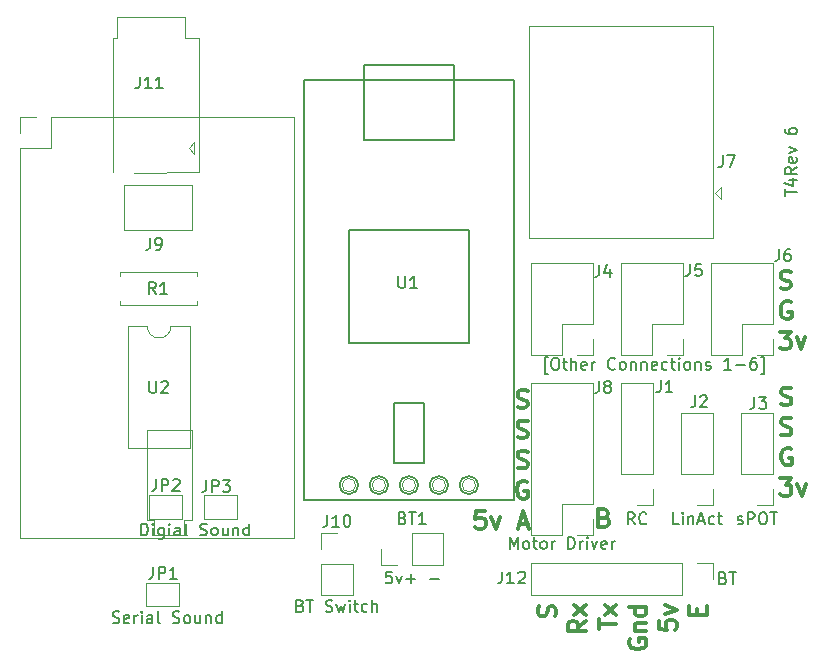
<source format=gbr>
G04 #@! TF.GenerationSoftware,KiCad,Pcbnew,(5.1.5)-3*
G04 #@! TF.CreationDate,2020-05-03T22:11:52-05:00*
G04 #@! TF.ProjectId,ControlBoardT4_28PinSound,436f6e74-726f-46c4-926f-61726454345f,rev?*
G04 #@! TF.SameCoordinates,Original*
G04 #@! TF.FileFunction,Legend,Top*
G04 #@! TF.FilePolarity,Positive*
%FSLAX46Y46*%
G04 Gerber Fmt 4.6, Leading zero omitted, Abs format (unit mm)*
G04 Created by KiCad (PCBNEW (5.1.5)-3) date 2020-05-03 22:11:52*
%MOMM*%
%LPD*%
G04 APERTURE LIST*
%ADD10C,0.299720*%
%ADD11C,0.150000*%
%ADD12C,0.300000*%
%ADD13C,0.120000*%
G04 APERTURE END LIST*
D10*
X159492042Y-111398957D02*
X159706128Y-111470319D01*
X159777490Y-111541680D01*
X159848852Y-111684404D01*
X159848852Y-111898490D01*
X159777490Y-112041214D01*
X159706128Y-112112576D01*
X159563404Y-112183938D01*
X158992509Y-112183938D01*
X158992509Y-110685338D01*
X159492042Y-110685338D01*
X159634766Y-110756700D01*
X159706128Y-110828061D01*
X159777490Y-110970785D01*
X159777490Y-111113509D01*
X159706128Y-111256233D01*
X159634766Y-111327595D01*
X159492042Y-111398957D01*
X158992509Y-111398957D01*
D11*
X174775880Y-84145071D02*
X174775880Y-83573642D01*
X175775880Y-83859357D02*
X174775880Y-83859357D01*
X175109214Y-82811738D02*
X175775880Y-82811738D01*
X174728261Y-83049833D02*
X175442547Y-83287928D01*
X175442547Y-82668880D01*
X175775880Y-81716500D02*
X175299690Y-82049833D01*
X175775880Y-82287928D02*
X174775880Y-82287928D01*
X174775880Y-81906976D01*
X174823500Y-81811738D01*
X174871119Y-81764119D01*
X174966357Y-81716500D01*
X175109214Y-81716500D01*
X175204452Y-81764119D01*
X175252071Y-81811738D01*
X175299690Y-81906976D01*
X175299690Y-82287928D01*
X175728261Y-80906976D02*
X175775880Y-81002214D01*
X175775880Y-81192690D01*
X175728261Y-81287928D01*
X175633023Y-81335547D01*
X175252071Y-81335547D01*
X175156833Y-81287928D01*
X175109214Y-81192690D01*
X175109214Y-81002214D01*
X175156833Y-80906976D01*
X175252071Y-80859357D01*
X175347309Y-80859357D01*
X175442547Y-81335547D01*
X175109214Y-80526023D02*
X175775880Y-80287928D01*
X175109214Y-80049833D01*
X174775880Y-78478404D02*
X174775880Y-78668880D01*
X174823500Y-78764119D01*
X174871119Y-78811738D01*
X175013976Y-78906976D01*
X175204452Y-78954595D01*
X175585404Y-78954595D01*
X175680642Y-78906976D01*
X175728261Y-78859357D01*
X175775880Y-78764119D01*
X175775880Y-78573642D01*
X175728261Y-78478404D01*
X175680642Y-78430785D01*
X175585404Y-78383166D01*
X175347309Y-78383166D01*
X175252071Y-78430785D01*
X175204452Y-78478404D01*
X175156833Y-78573642D01*
X175156833Y-78764119D01*
X175204452Y-78859357D01*
X175252071Y-78906976D01*
X175347309Y-78954595D01*
D12*
X155331642Y-119765357D02*
X155403071Y-119551071D01*
X155403071Y-119193928D01*
X155331642Y-119051071D01*
X155260214Y-118979642D01*
X155117357Y-118908214D01*
X154974500Y-118908214D01*
X154831642Y-118979642D01*
X154760214Y-119051071D01*
X154688785Y-119193928D01*
X154617357Y-119479642D01*
X154545928Y-119622500D01*
X154474500Y-119693928D01*
X154331642Y-119765357D01*
X154188785Y-119765357D01*
X154045928Y-119693928D01*
X153974500Y-119622500D01*
X153903071Y-119479642D01*
X153903071Y-119122500D01*
X153974500Y-118908214D01*
X157953071Y-120122500D02*
X157238785Y-120622500D01*
X157953071Y-120979642D02*
X156453071Y-120979642D01*
X156453071Y-120408214D01*
X156524500Y-120265357D01*
X156595928Y-120193928D01*
X156738785Y-120122500D01*
X156953071Y-120122500D01*
X157095928Y-120193928D01*
X157167357Y-120265357D01*
X157238785Y-120408214D01*
X157238785Y-120979642D01*
X157953071Y-119622500D02*
X156953071Y-118836785D01*
X156953071Y-119622500D02*
X157953071Y-118836785D01*
X159003071Y-120836785D02*
X159003071Y-119979642D01*
X160503071Y-120408214D02*
X159003071Y-120408214D01*
X160503071Y-119622500D02*
X159503071Y-118836785D01*
X159503071Y-119622500D02*
X160503071Y-118836785D01*
X161624500Y-121693928D02*
X161553071Y-121836785D01*
X161553071Y-122051071D01*
X161624500Y-122265357D01*
X161767357Y-122408214D01*
X161910214Y-122479642D01*
X162195928Y-122551071D01*
X162410214Y-122551071D01*
X162695928Y-122479642D01*
X162838785Y-122408214D01*
X162981642Y-122265357D01*
X163053071Y-122051071D01*
X163053071Y-121908214D01*
X162981642Y-121693928D01*
X162910214Y-121622500D01*
X162410214Y-121622500D01*
X162410214Y-121908214D01*
X162053071Y-120979642D02*
X163053071Y-120979642D01*
X162195928Y-120979642D02*
X162124500Y-120908214D01*
X162053071Y-120765357D01*
X162053071Y-120551071D01*
X162124500Y-120408214D01*
X162267357Y-120336785D01*
X163053071Y-120336785D01*
X163053071Y-118979642D02*
X161553071Y-118979642D01*
X162981642Y-118979642D02*
X163053071Y-119122500D01*
X163053071Y-119408214D01*
X162981642Y-119551071D01*
X162910214Y-119622500D01*
X162767357Y-119693928D01*
X162338785Y-119693928D01*
X162195928Y-119622500D01*
X162124500Y-119551071D01*
X162053071Y-119408214D01*
X162053071Y-119122500D01*
X162124500Y-118979642D01*
X164103071Y-120122500D02*
X164103071Y-120836785D01*
X164817357Y-120908214D01*
X164745928Y-120836785D01*
X164674500Y-120693928D01*
X164674500Y-120336785D01*
X164745928Y-120193928D01*
X164817357Y-120122500D01*
X164960214Y-120051071D01*
X165317357Y-120051071D01*
X165460214Y-120122500D01*
X165531642Y-120193928D01*
X165603071Y-120336785D01*
X165603071Y-120693928D01*
X165531642Y-120836785D01*
X165460214Y-120908214D01*
X164603071Y-119551071D02*
X165603071Y-119193928D01*
X164603071Y-118836785D01*
X167367357Y-119622500D02*
X167367357Y-119122500D01*
X168153071Y-118908214D02*
X168153071Y-119622500D01*
X166653071Y-119622500D01*
X166653071Y-118908214D01*
X152141642Y-102060142D02*
X152355928Y-102131571D01*
X152713071Y-102131571D01*
X152855928Y-102060142D01*
X152927357Y-101988714D01*
X152998785Y-101845857D01*
X152998785Y-101703000D01*
X152927357Y-101560142D01*
X152855928Y-101488714D01*
X152713071Y-101417285D01*
X152427357Y-101345857D01*
X152284500Y-101274428D01*
X152213071Y-101203000D01*
X152141642Y-101060142D01*
X152141642Y-100917285D01*
X152213071Y-100774428D01*
X152284500Y-100703000D01*
X152427357Y-100631571D01*
X152784500Y-100631571D01*
X152998785Y-100703000D01*
X152141642Y-104610142D02*
X152355928Y-104681571D01*
X152713071Y-104681571D01*
X152855928Y-104610142D01*
X152927357Y-104538714D01*
X152998785Y-104395857D01*
X152998785Y-104253000D01*
X152927357Y-104110142D01*
X152855928Y-104038714D01*
X152713071Y-103967285D01*
X152427357Y-103895857D01*
X152284500Y-103824428D01*
X152213071Y-103753000D01*
X152141642Y-103610142D01*
X152141642Y-103467285D01*
X152213071Y-103324428D01*
X152284500Y-103253000D01*
X152427357Y-103181571D01*
X152784500Y-103181571D01*
X152998785Y-103253000D01*
X152141642Y-107160142D02*
X152355928Y-107231571D01*
X152713071Y-107231571D01*
X152855928Y-107160142D01*
X152927357Y-107088714D01*
X152998785Y-106945857D01*
X152998785Y-106803000D01*
X152927357Y-106660142D01*
X152855928Y-106588714D01*
X152713071Y-106517285D01*
X152427357Y-106445857D01*
X152284500Y-106374428D01*
X152213071Y-106303000D01*
X152141642Y-106160142D01*
X152141642Y-106017285D01*
X152213071Y-105874428D01*
X152284500Y-105803000D01*
X152427357Y-105731571D01*
X152784500Y-105731571D01*
X152998785Y-105803000D01*
X152927357Y-108353000D02*
X152784500Y-108281571D01*
X152570214Y-108281571D01*
X152355928Y-108353000D01*
X152213071Y-108495857D01*
X152141642Y-108638714D01*
X152070214Y-108924428D01*
X152070214Y-109138714D01*
X152141642Y-109424428D01*
X152213071Y-109567285D01*
X152355928Y-109710142D01*
X152570214Y-109781571D01*
X152713071Y-109781571D01*
X152927357Y-109710142D01*
X152998785Y-109638714D01*
X152998785Y-109138714D01*
X152713071Y-109138714D01*
X149355928Y-110831571D02*
X148641642Y-110831571D01*
X148570214Y-111545857D01*
X148641642Y-111474428D01*
X148784500Y-111403000D01*
X149141642Y-111403000D01*
X149284500Y-111474428D01*
X149355928Y-111545857D01*
X149427357Y-111688714D01*
X149427357Y-112045857D01*
X149355928Y-112188714D01*
X149284500Y-112260142D01*
X149141642Y-112331571D01*
X148784500Y-112331571D01*
X148641642Y-112260142D01*
X148570214Y-112188714D01*
X149927357Y-111331571D02*
X150284500Y-112331571D01*
X150641642Y-111331571D01*
X152284500Y-111903000D02*
X152998785Y-111903000D01*
X152141642Y-112331571D02*
X152641642Y-110831571D01*
X153141642Y-112331571D01*
X174470714Y-101811142D02*
X174685000Y-101882571D01*
X175042142Y-101882571D01*
X175185000Y-101811142D01*
X175256428Y-101739714D01*
X175327857Y-101596857D01*
X175327857Y-101454000D01*
X175256428Y-101311142D01*
X175185000Y-101239714D01*
X175042142Y-101168285D01*
X174756428Y-101096857D01*
X174613571Y-101025428D01*
X174542142Y-100954000D01*
X174470714Y-100811142D01*
X174470714Y-100668285D01*
X174542142Y-100525428D01*
X174613571Y-100454000D01*
X174756428Y-100382571D01*
X175113571Y-100382571D01*
X175327857Y-100454000D01*
X174470714Y-104361142D02*
X174685000Y-104432571D01*
X175042142Y-104432571D01*
X175185000Y-104361142D01*
X175256428Y-104289714D01*
X175327857Y-104146857D01*
X175327857Y-104004000D01*
X175256428Y-103861142D01*
X175185000Y-103789714D01*
X175042142Y-103718285D01*
X174756428Y-103646857D01*
X174613571Y-103575428D01*
X174542142Y-103504000D01*
X174470714Y-103361142D01*
X174470714Y-103218285D01*
X174542142Y-103075428D01*
X174613571Y-103004000D01*
X174756428Y-102932571D01*
X175113571Y-102932571D01*
X175327857Y-103004000D01*
X175327857Y-105554000D02*
X175185000Y-105482571D01*
X174970714Y-105482571D01*
X174756428Y-105554000D01*
X174613571Y-105696857D01*
X174542142Y-105839714D01*
X174470714Y-106125428D01*
X174470714Y-106339714D01*
X174542142Y-106625428D01*
X174613571Y-106768285D01*
X174756428Y-106911142D01*
X174970714Y-106982571D01*
X175113571Y-106982571D01*
X175327857Y-106911142D01*
X175399285Y-106839714D01*
X175399285Y-106339714D01*
X175113571Y-106339714D01*
X174399285Y-108032571D02*
X175327857Y-108032571D01*
X174827857Y-108604000D01*
X175042142Y-108604000D01*
X175185000Y-108675428D01*
X175256428Y-108746857D01*
X175327857Y-108889714D01*
X175327857Y-109246857D01*
X175256428Y-109389714D01*
X175185000Y-109461142D01*
X175042142Y-109532571D01*
X174613571Y-109532571D01*
X174470714Y-109461142D01*
X174399285Y-109389714D01*
X175827857Y-108532571D02*
X176185000Y-109532571D01*
X176542142Y-108532571D01*
X174407214Y-91973642D02*
X174621500Y-92045071D01*
X174978642Y-92045071D01*
X175121500Y-91973642D01*
X175192928Y-91902214D01*
X175264357Y-91759357D01*
X175264357Y-91616500D01*
X175192928Y-91473642D01*
X175121500Y-91402214D01*
X174978642Y-91330785D01*
X174692928Y-91259357D01*
X174550071Y-91187928D01*
X174478642Y-91116500D01*
X174407214Y-90973642D01*
X174407214Y-90830785D01*
X174478642Y-90687928D01*
X174550071Y-90616500D01*
X174692928Y-90545071D01*
X175050071Y-90545071D01*
X175264357Y-90616500D01*
X175264357Y-93166500D02*
X175121500Y-93095071D01*
X174907214Y-93095071D01*
X174692928Y-93166500D01*
X174550071Y-93309357D01*
X174478642Y-93452214D01*
X174407214Y-93737928D01*
X174407214Y-93952214D01*
X174478642Y-94237928D01*
X174550071Y-94380785D01*
X174692928Y-94523642D01*
X174907214Y-94595071D01*
X175050071Y-94595071D01*
X175264357Y-94523642D01*
X175335785Y-94452214D01*
X175335785Y-93952214D01*
X175050071Y-93952214D01*
X174335785Y-95645071D02*
X175264357Y-95645071D01*
X174764357Y-96216500D01*
X174978642Y-96216500D01*
X175121500Y-96287928D01*
X175192928Y-96359357D01*
X175264357Y-96502214D01*
X175264357Y-96859357D01*
X175192928Y-97002214D01*
X175121500Y-97073642D01*
X174978642Y-97145071D01*
X174550071Y-97145071D01*
X174407214Y-97073642D01*
X174335785Y-97002214D01*
X175764357Y-96145071D02*
X176121500Y-97145071D01*
X176478642Y-96145071D01*
D13*
X110049000Y-113153500D02*
X133249000Y-113153500D01*
X110049000Y-80073500D02*
X110049000Y-113153500D01*
X133249000Y-77473500D02*
X133249000Y-113153500D01*
X110049000Y-80073500D02*
X112649000Y-80073500D01*
X112649000Y-80073500D02*
X112649000Y-77473500D01*
X112649000Y-77473500D02*
X133249000Y-77473500D01*
X110049000Y-78803500D02*
X110049000Y-77473500D01*
X110049000Y-77473500D02*
X111379000Y-77473500D01*
X120764300Y-103949500D02*
X124574300Y-103949500D01*
X120764300Y-103949500D02*
X120764300Y-111569500D01*
X120764300Y-111569500D02*
X121399300Y-111569500D01*
X121399300Y-111569500D02*
X121399300Y-112839500D01*
X124574300Y-103949500D02*
X124574300Y-111569500D01*
X123939300Y-111569500D02*
X124574300Y-111569500D01*
X123939300Y-111569500D02*
X123939300Y-112839500D01*
X121399300Y-112839500D02*
X123939300Y-112839500D01*
X118833900Y-83210400D02*
X124548900Y-83210400D01*
X124548900Y-83210400D02*
X124548900Y-87020400D01*
X124548900Y-87020400D02*
X118833900Y-87020400D01*
X118833900Y-87020400D02*
X118833900Y-83210400D01*
X124788400Y-79598900D02*
X124288400Y-80098900D01*
X124788400Y-80598900D02*
X124788400Y-79598900D01*
X124288400Y-80098900D02*
X124788400Y-80598900D01*
X117908500Y-70773500D02*
X117908500Y-82173500D01*
X119659400Y-82181700D02*
X125208500Y-82173500D01*
X124008500Y-70773500D02*
X125208500Y-70773500D01*
X117908500Y-70773500D02*
X118208500Y-70773500D01*
X124008500Y-68989500D02*
X118208500Y-68989500D01*
X125208500Y-70773500D02*
X125208500Y-82173500D01*
X124008500Y-70773500D02*
X124008500Y-68989500D01*
X118208500Y-70773500D02*
X118208500Y-68989500D01*
X173732500Y-110296000D02*
X172402500Y-110296000D01*
X173732500Y-108966000D02*
X173732500Y-110296000D01*
X173732500Y-107696000D02*
X171072500Y-107696000D01*
X171072500Y-107696000D02*
X171072500Y-102556000D01*
X173732500Y-107696000D02*
X173732500Y-102556000D01*
X173732500Y-102556000D02*
X171072500Y-102556000D01*
X120710500Y-116919500D02*
X123510500Y-116919500D01*
X123510500Y-116919500D02*
X123510500Y-118919500D01*
X123510500Y-118919500D02*
X120710500Y-118919500D01*
X120710500Y-118919500D02*
X120710500Y-116919500D01*
X125600000Y-109490000D02*
X128400000Y-109490000D01*
X128400000Y-109490000D02*
X128400000Y-111490000D01*
X128400000Y-111490000D02*
X125600000Y-111490000D01*
X125600000Y-111490000D02*
X125600000Y-109490000D01*
X120964500Y-109490000D02*
X123764500Y-109490000D01*
X123764500Y-109490000D02*
X123764500Y-111490000D01*
X123764500Y-111490000D02*
X120964500Y-111490000D01*
X120964500Y-111490000D02*
X120964500Y-109490000D01*
D11*
X137858500Y-96583500D02*
X148018500Y-96583500D01*
X148018500Y-87058500D02*
X137858500Y-87058500D01*
X137858500Y-87058500D02*
X137858500Y-96583500D01*
X148018500Y-87058500D02*
X148018500Y-96583500D01*
X151828500Y-109918500D02*
X151828500Y-74358500D01*
X134048500Y-74358500D02*
X134048500Y-109918500D01*
X139128500Y-74358500D02*
X139128500Y-73088500D01*
X139128500Y-73088500D02*
X146748500Y-73088500D01*
X146748500Y-73088500D02*
X146748500Y-74358500D01*
X139128500Y-79438500D02*
X146748500Y-79438500D01*
X146748500Y-79438500D02*
X146748500Y-74358500D01*
X139128500Y-79438500D02*
X139128500Y-74358500D01*
X144208500Y-101663500D02*
X144208500Y-106743500D01*
X144208500Y-106743500D02*
X141668500Y-106743500D01*
X141668500Y-106743500D02*
X141668500Y-101663500D01*
X141668500Y-101663500D02*
X144208500Y-101663500D01*
X151828500Y-109918500D02*
X134048500Y-109918500D01*
X134048500Y-74358500D02*
X151828500Y-74358500D01*
D13*
X148586461Y-108648500D02*
G75*
G03X148586461Y-108648500I-567961J0D01*
G01*
X148821719Y-108648500D02*
G75*
G03X148821719Y-108648500I-803219J0D01*
G01*
X148736920Y-108648500D02*
G75*
G03X148736920Y-108648500I-718420J0D01*
G01*
X146046461Y-108648500D02*
G75*
G03X146046461Y-108648500I-567961J0D01*
G01*
X146281719Y-108648500D02*
G75*
G03X146281719Y-108648500I-803219J0D01*
G01*
X146196920Y-108648500D02*
G75*
G03X146196920Y-108648500I-718420J0D01*
G01*
X143506461Y-108648500D02*
G75*
G03X143506461Y-108648500I-567961J0D01*
G01*
X143741719Y-108648500D02*
G75*
G03X143741719Y-108648500I-803219J0D01*
G01*
X143656920Y-108648500D02*
G75*
G03X143656920Y-108648500I-718420J0D01*
G01*
X140966461Y-108648500D02*
G75*
G03X140966461Y-108648500I-567961J0D01*
G01*
X141201719Y-108648500D02*
G75*
G03X141201719Y-108648500I-803219J0D01*
G01*
X141116920Y-108648500D02*
G75*
G03X141116920Y-108648500I-718420J0D01*
G01*
X138426461Y-108648500D02*
G75*
G03X138426461Y-108648500I-567961J0D01*
G01*
X138661719Y-108648500D02*
G75*
G03X138661719Y-108648500I-803219J0D01*
G01*
X138576920Y-108648500D02*
G75*
G03X138576920Y-108648500I-718420J0D01*
G01*
X153292500Y-115256000D02*
X153292500Y-117916000D01*
X166052500Y-115256000D02*
X153292500Y-115256000D01*
X166052500Y-117916000D02*
X153292500Y-117916000D01*
X166052500Y-115256000D02*
X166052500Y-117916000D01*
X167322500Y-115256000D02*
X168652500Y-115256000D01*
X168652500Y-115256000D02*
X168652500Y-116586000D01*
X145792500Y-115376000D02*
X145792500Y-112716000D01*
X143192500Y-115376000D02*
X145792500Y-115376000D01*
X143192500Y-112716000D02*
X145792500Y-112716000D01*
X143192500Y-115376000D02*
X143192500Y-112716000D01*
X141922500Y-115376000D02*
X140592500Y-115376000D01*
X140592500Y-115376000D02*
X140592500Y-114046000D01*
X166112500Y-97596000D02*
X164782500Y-97596000D01*
X166112500Y-96266000D02*
X166112500Y-97596000D01*
X163512500Y-97596000D02*
X160912500Y-97596000D01*
X163512500Y-94996000D02*
X163512500Y-97596000D01*
X166112500Y-94996000D02*
X163512500Y-94996000D01*
X160912500Y-97596000D02*
X160912500Y-89856000D01*
X166112500Y-94996000D02*
X166112500Y-89856000D01*
X166112500Y-89856000D02*
X160912500Y-89856000D01*
X158492500Y-89856000D02*
X153292500Y-89856000D01*
X158492500Y-94996000D02*
X158492500Y-89856000D01*
X153292500Y-97596000D02*
X153292500Y-89856000D01*
X158492500Y-94996000D02*
X155892500Y-94996000D01*
X155892500Y-94996000D02*
X155892500Y-97596000D01*
X155892500Y-97596000D02*
X153292500Y-97596000D01*
X158492500Y-96266000D02*
X158492500Y-97596000D01*
X158492500Y-97596000D02*
X157162500Y-97596000D01*
X158492500Y-100016000D02*
X153292500Y-100016000D01*
X158492500Y-110236000D02*
X158492500Y-100016000D01*
X153292500Y-112836000D02*
X153292500Y-100016000D01*
X158492500Y-110236000D02*
X155892500Y-110236000D01*
X155892500Y-110236000D02*
X155892500Y-112836000D01*
X155892500Y-112836000D02*
X153292500Y-112836000D01*
X158492500Y-111506000D02*
X158492500Y-112836000D01*
X158492500Y-112836000D02*
X157162500Y-112836000D01*
X173732500Y-89856000D02*
X168532500Y-89856000D01*
X173732500Y-94996000D02*
X173732500Y-89856000D01*
X168532500Y-97596000D02*
X168532500Y-89856000D01*
X173732500Y-94996000D02*
X171132500Y-94996000D01*
X171132500Y-94996000D02*
X171132500Y-97596000D01*
X171132500Y-97596000D02*
X168532500Y-97596000D01*
X173732500Y-96266000D02*
X173732500Y-97596000D01*
X173732500Y-97596000D02*
X172402500Y-97596000D01*
X163572500Y-100016000D02*
X160912500Y-100016000D01*
X163572500Y-107696000D02*
X163572500Y-100016000D01*
X160912500Y-107696000D02*
X160912500Y-100016000D01*
X163572500Y-107696000D02*
X160912500Y-107696000D01*
X163572500Y-108966000D02*
X163572500Y-110296000D01*
X163572500Y-110296000D02*
X162242500Y-110296000D01*
X168652500Y-102556000D02*
X165992500Y-102556000D01*
X168652500Y-107696000D02*
X168652500Y-102556000D01*
X165992500Y-107696000D02*
X165992500Y-102556000D01*
X168652500Y-107696000D02*
X165992500Y-107696000D01*
X168652500Y-108966000D02*
X168652500Y-110296000D01*
X168652500Y-110296000D02*
X167322500Y-110296000D01*
X169354000Y-83383500D02*
X168854000Y-83883500D01*
X169354000Y-84383500D02*
X169354000Y-83383500D01*
X168854000Y-83883500D02*
X169354000Y-84383500D01*
X168669000Y-69803500D02*
X153149000Y-69803500D01*
X153149000Y-87763500D02*
X153149000Y-69803500D01*
X153149000Y-87763500D02*
X168669000Y-87763500D01*
X168669000Y-87763500D02*
X168669000Y-69803500D01*
X135512500Y-117916000D02*
X138172500Y-117916000D01*
X135512500Y-115316000D02*
X135512500Y-117916000D01*
X138172500Y-115316000D02*
X138172500Y-117916000D01*
X135512500Y-115316000D02*
X138172500Y-115316000D01*
X135512500Y-114046000D02*
X135512500Y-112716000D01*
X135512500Y-112716000D02*
X136842500Y-112716000D01*
X122793000Y-95190000D02*
G75*
G02X120793000Y-95190000I-1000000J0D01*
G01*
X120793000Y-95190000D02*
X119143000Y-95190000D01*
X119143000Y-95190000D02*
X119143000Y-105470000D01*
X119143000Y-105470000D02*
X124443000Y-105470000D01*
X124443000Y-105470000D02*
X124443000Y-95190000D01*
X124443000Y-95190000D02*
X122793000Y-95190000D01*
X118459500Y-90971500D02*
X118459500Y-90641500D01*
X118459500Y-90641500D02*
X124999500Y-90641500D01*
X124999500Y-90641500D02*
X124999500Y-90971500D01*
X118459500Y-93051500D02*
X118459500Y-93381500D01*
X118459500Y-93381500D02*
X124999500Y-93381500D01*
X124999500Y-93381500D02*
X124999500Y-93051500D01*
D11*
X121027866Y-87717380D02*
X121027866Y-88431666D01*
X120980247Y-88574523D01*
X120885009Y-88669761D01*
X120742152Y-88717380D01*
X120646914Y-88717380D01*
X121551676Y-88717380D02*
X121742152Y-88717380D01*
X121837390Y-88669761D01*
X121885009Y-88622142D01*
X121980247Y-88479285D01*
X122027866Y-88288809D01*
X122027866Y-87907857D01*
X121980247Y-87812619D01*
X121932628Y-87765000D01*
X121837390Y-87717380D01*
X121646914Y-87717380D01*
X121551676Y-87765000D01*
X121504057Y-87812619D01*
X121456438Y-87907857D01*
X121456438Y-88145952D01*
X121504057Y-88241190D01*
X121551676Y-88288809D01*
X121646914Y-88336428D01*
X121837390Y-88336428D01*
X121932628Y-88288809D01*
X121980247Y-88241190D01*
X122027866Y-88145952D01*
X120157976Y-74064880D02*
X120157976Y-74779166D01*
X120110357Y-74922023D01*
X120015119Y-75017261D01*
X119872261Y-75064880D01*
X119777023Y-75064880D01*
X121157976Y-75064880D02*
X120586547Y-75064880D01*
X120872261Y-75064880D02*
X120872261Y-74064880D01*
X120777023Y-74207738D01*
X120681785Y-74302976D01*
X120586547Y-74350595D01*
X122110357Y-75064880D02*
X121538928Y-75064880D01*
X121824642Y-75064880D02*
X121824642Y-74064880D01*
X121729404Y-74207738D01*
X121634166Y-74302976D01*
X121538928Y-74350595D01*
X172196166Y-101179380D02*
X172196166Y-101893666D01*
X172148547Y-102036523D01*
X172053309Y-102131761D01*
X171910452Y-102179380D01*
X171815214Y-102179380D01*
X172577119Y-101179380D02*
X173196166Y-101179380D01*
X172862833Y-101560333D01*
X173005690Y-101560333D01*
X173100928Y-101607952D01*
X173148547Y-101655571D01*
X173196166Y-101750809D01*
X173196166Y-101988904D01*
X173148547Y-102084142D01*
X173100928Y-102131761D01*
X173005690Y-102179380D01*
X172719976Y-102179380D01*
X172624738Y-102131761D01*
X172577119Y-102084142D01*
X170783452Y-111910761D02*
X170878690Y-111958380D01*
X171069166Y-111958380D01*
X171164404Y-111910761D01*
X171212023Y-111815523D01*
X171212023Y-111767904D01*
X171164404Y-111672666D01*
X171069166Y-111625047D01*
X170926309Y-111625047D01*
X170831071Y-111577428D01*
X170783452Y-111482190D01*
X170783452Y-111434571D01*
X170831071Y-111339333D01*
X170926309Y-111291714D01*
X171069166Y-111291714D01*
X171164404Y-111339333D01*
X171640595Y-111958380D02*
X171640595Y-110958380D01*
X172021547Y-110958380D01*
X172116785Y-111006000D01*
X172164404Y-111053619D01*
X172212023Y-111148857D01*
X172212023Y-111291714D01*
X172164404Y-111386952D01*
X172116785Y-111434571D01*
X172021547Y-111482190D01*
X171640595Y-111482190D01*
X172831071Y-110958380D02*
X173021547Y-110958380D01*
X173116785Y-111006000D01*
X173212023Y-111101238D01*
X173259642Y-111291714D01*
X173259642Y-111625047D01*
X173212023Y-111815523D01*
X173116785Y-111910761D01*
X173021547Y-111958380D01*
X172831071Y-111958380D01*
X172735833Y-111910761D01*
X172640595Y-111815523D01*
X172592976Y-111625047D01*
X172592976Y-111291714D01*
X172640595Y-111101238D01*
X172735833Y-111006000D01*
X172831071Y-110958380D01*
X173545357Y-110958380D02*
X174116785Y-110958380D01*
X173831071Y-111958380D02*
X173831071Y-110958380D01*
X121277166Y-115571880D02*
X121277166Y-116286166D01*
X121229547Y-116429023D01*
X121134309Y-116524261D01*
X120991452Y-116571880D01*
X120896214Y-116571880D01*
X121753357Y-116571880D02*
X121753357Y-115571880D01*
X122134309Y-115571880D01*
X122229547Y-115619500D01*
X122277166Y-115667119D01*
X122324785Y-115762357D01*
X122324785Y-115905214D01*
X122277166Y-116000452D01*
X122229547Y-116048071D01*
X122134309Y-116095690D01*
X121753357Y-116095690D01*
X123277166Y-116571880D02*
X122705738Y-116571880D01*
X122991452Y-116571880D02*
X122991452Y-115571880D01*
X122896214Y-115714738D01*
X122800976Y-115809976D01*
X122705738Y-115857595D01*
X117848642Y-120292761D02*
X117991500Y-120340380D01*
X118229595Y-120340380D01*
X118324833Y-120292761D01*
X118372452Y-120245142D01*
X118420071Y-120149904D01*
X118420071Y-120054666D01*
X118372452Y-119959428D01*
X118324833Y-119911809D01*
X118229595Y-119864190D01*
X118039119Y-119816571D01*
X117943880Y-119768952D01*
X117896261Y-119721333D01*
X117848642Y-119626095D01*
X117848642Y-119530857D01*
X117896261Y-119435619D01*
X117943880Y-119388000D01*
X118039119Y-119340380D01*
X118277214Y-119340380D01*
X118420071Y-119388000D01*
X119229595Y-120292761D02*
X119134357Y-120340380D01*
X118943880Y-120340380D01*
X118848642Y-120292761D01*
X118801023Y-120197523D01*
X118801023Y-119816571D01*
X118848642Y-119721333D01*
X118943880Y-119673714D01*
X119134357Y-119673714D01*
X119229595Y-119721333D01*
X119277214Y-119816571D01*
X119277214Y-119911809D01*
X118801023Y-120007047D01*
X119705785Y-120340380D02*
X119705785Y-119673714D01*
X119705785Y-119864190D02*
X119753404Y-119768952D01*
X119801023Y-119721333D01*
X119896261Y-119673714D01*
X119991500Y-119673714D01*
X120324833Y-120340380D02*
X120324833Y-119673714D01*
X120324833Y-119340380D02*
X120277214Y-119388000D01*
X120324833Y-119435619D01*
X120372452Y-119388000D01*
X120324833Y-119340380D01*
X120324833Y-119435619D01*
X121229595Y-120340380D02*
X121229595Y-119816571D01*
X121181976Y-119721333D01*
X121086738Y-119673714D01*
X120896261Y-119673714D01*
X120801023Y-119721333D01*
X121229595Y-120292761D02*
X121134357Y-120340380D01*
X120896261Y-120340380D01*
X120801023Y-120292761D01*
X120753404Y-120197523D01*
X120753404Y-120102285D01*
X120801023Y-120007047D01*
X120896261Y-119959428D01*
X121134357Y-119959428D01*
X121229595Y-119911809D01*
X121848642Y-120340380D02*
X121753404Y-120292761D01*
X121705785Y-120197523D01*
X121705785Y-119340380D01*
X122943880Y-120292761D02*
X123086738Y-120340380D01*
X123324833Y-120340380D01*
X123420071Y-120292761D01*
X123467690Y-120245142D01*
X123515309Y-120149904D01*
X123515309Y-120054666D01*
X123467690Y-119959428D01*
X123420071Y-119911809D01*
X123324833Y-119864190D01*
X123134357Y-119816571D01*
X123039119Y-119768952D01*
X122991500Y-119721333D01*
X122943880Y-119626095D01*
X122943880Y-119530857D01*
X122991500Y-119435619D01*
X123039119Y-119388000D01*
X123134357Y-119340380D01*
X123372452Y-119340380D01*
X123515309Y-119388000D01*
X124086738Y-120340380D02*
X123991500Y-120292761D01*
X123943880Y-120245142D01*
X123896261Y-120149904D01*
X123896261Y-119864190D01*
X123943880Y-119768952D01*
X123991500Y-119721333D01*
X124086738Y-119673714D01*
X124229595Y-119673714D01*
X124324833Y-119721333D01*
X124372452Y-119768952D01*
X124420071Y-119864190D01*
X124420071Y-120149904D01*
X124372452Y-120245142D01*
X124324833Y-120292761D01*
X124229595Y-120340380D01*
X124086738Y-120340380D01*
X125277214Y-119673714D02*
X125277214Y-120340380D01*
X124848642Y-119673714D02*
X124848642Y-120197523D01*
X124896261Y-120292761D01*
X124991500Y-120340380D01*
X125134357Y-120340380D01*
X125229595Y-120292761D01*
X125277214Y-120245142D01*
X125753404Y-119673714D02*
X125753404Y-120340380D01*
X125753404Y-119768952D02*
X125801023Y-119721333D01*
X125896261Y-119673714D01*
X126039119Y-119673714D01*
X126134357Y-119721333D01*
X126181976Y-119816571D01*
X126181976Y-120340380D01*
X127086738Y-120340380D02*
X127086738Y-119340380D01*
X127086738Y-120292761D02*
X126991500Y-120340380D01*
X126801023Y-120340380D01*
X126705785Y-120292761D01*
X126658166Y-120245142D01*
X126610547Y-120149904D01*
X126610547Y-119864190D01*
X126658166Y-119768952D01*
X126705785Y-119721333D01*
X126801023Y-119673714D01*
X126991500Y-119673714D01*
X127086738Y-119721333D01*
X125793165Y-108222879D02*
X125793165Y-108937165D01*
X125745546Y-109080022D01*
X125650308Y-109175260D01*
X125507451Y-109222879D01*
X125412213Y-109222879D01*
X126269356Y-109222879D02*
X126269356Y-108222879D01*
X126650308Y-108222879D01*
X126745546Y-108270499D01*
X126793165Y-108318118D01*
X126840784Y-108413356D01*
X126840784Y-108556213D01*
X126793165Y-108651451D01*
X126745546Y-108699070D01*
X126650308Y-108746689D01*
X126269356Y-108746689D01*
X127174118Y-108222879D02*
X127793165Y-108222879D01*
X127459832Y-108603832D01*
X127602689Y-108603832D01*
X127697927Y-108651451D01*
X127745546Y-108699070D01*
X127793165Y-108794308D01*
X127793165Y-109032403D01*
X127745546Y-109127641D01*
X127697927Y-109175260D01*
X127602689Y-109222879D01*
X127316975Y-109222879D01*
X127221737Y-109175260D01*
X127174118Y-109127641D01*
X120269571Y-112908380D02*
X120269571Y-111908380D01*
X120507666Y-111908380D01*
X120650523Y-111956000D01*
X120745761Y-112051238D01*
X120793380Y-112146476D01*
X120841000Y-112336952D01*
X120841000Y-112479809D01*
X120793380Y-112670285D01*
X120745761Y-112765523D01*
X120650523Y-112860761D01*
X120507666Y-112908380D01*
X120269571Y-112908380D01*
X121269571Y-112908380D02*
X121269571Y-112241714D01*
X121269571Y-111908380D02*
X121221952Y-111956000D01*
X121269571Y-112003619D01*
X121317190Y-111956000D01*
X121269571Y-111908380D01*
X121269571Y-112003619D01*
X122174333Y-112241714D02*
X122174333Y-113051238D01*
X122126714Y-113146476D01*
X122079095Y-113194095D01*
X121983857Y-113241714D01*
X121841000Y-113241714D01*
X121745761Y-113194095D01*
X122174333Y-112860761D02*
X122079095Y-112908380D01*
X121888619Y-112908380D01*
X121793380Y-112860761D01*
X121745761Y-112813142D01*
X121698142Y-112717904D01*
X121698142Y-112432190D01*
X121745761Y-112336952D01*
X121793380Y-112289333D01*
X121888619Y-112241714D01*
X122079095Y-112241714D01*
X122174333Y-112289333D01*
X122650523Y-112908380D02*
X122650523Y-112241714D01*
X122650523Y-111908380D02*
X122602904Y-111956000D01*
X122650523Y-112003619D01*
X122698142Y-111956000D01*
X122650523Y-111908380D01*
X122650523Y-112003619D01*
X123555285Y-112908380D02*
X123555285Y-112384571D01*
X123507666Y-112289333D01*
X123412428Y-112241714D01*
X123221952Y-112241714D01*
X123126714Y-112289333D01*
X123555285Y-112860761D02*
X123460047Y-112908380D01*
X123221952Y-112908380D01*
X123126714Y-112860761D01*
X123079095Y-112765523D01*
X123079095Y-112670285D01*
X123126714Y-112575047D01*
X123221952Y-112527428D01*
X123460047Y-112527428D01*
X123555285Y-112479809D01*
X124174333Y-112908380D02*
X124079095Y-112860761D01*
X124031476Y-112765523D01*
X124031476Y-111908380D01*
X125269571Y-112860761D02*
X125412428Y-112908380D01*
X125650523Y-112908380D01*
X125745761Y-112860761D01*
X125793380Y-112813142D01*
X125841000Y-112717904D01*
X125841000Y-112622666D01*
X125793380Y-112527428D01*
X125745761Y-112479809D01*
X125650523Y-112432190D01*
X125460047Y-112384571D01*
X125364809Y-112336952D01*
X125317190Y-112289333D01*
X125269571Y-112194095D01*
X125269571Y-112098857D01*
X125317190Y-112003619D01*
X125364809Y-111956000D01*
X125460047Y-111908380D01*
X125698142Y-111908380D01*
X125841000Y-111956000D01*
X126412428Y-112908380D02*
X126317190Y-112860761D01*
X126269571Y-112813142D01*
X126221952Y-112717904D01*
X126221952Y-112432190D01*
X126269571Y-112336952D01*
X126317190Y-112289333D01*
X126412428Y-112241714D01*
X126555285Y-112241714D01*
X126650523Y-112289333D01*
X126698142Y-112336952D01*
X126745761Y-112432190D01*
X126745761Y-112717904D01*
X126698142Y-112813142D01*
X126650523Y-112860761D01*
X126555285Y-112908380D01*
X126412428Y-112908380D01*
X127602904Y-112241714D02*
X127602904Y-112908380D01*
X127174333Y-112241714D02*
X127174333Y-112765523D01*
X127221952Y-112860761D01*
X127317190Y-112908380D01*
X127460047Y-112908380D01*
X127555285Y-112860761D01*
X127602904Y-112813142D01*
X128079095Y-112241714D02*
X128079095Y-112908380D01*
X128079095Y-112336952D02*
X128126714Y-112289333D01*
X128221952Y-112241714D01*
X128364809Y-112241714D01*
X128460047Y-112289333D01*
X128507666Y-112384571D01*
X128507666Y-112908380D01*
X129412428Y-112908380D02*
X129412428Y-111908380D01*
X129412428Y-112860761D02*
X129317190Y-112908380D01*
X129126714Y-112908380D01*
X129031476Y-112860761D01*
X128983857Y-112813142D01*
X128936238Y-112717904D01*
X128936238Y-112432190D01*
X128983857Y-112336952D01*
X129031476Y-112289333D01*
X129126714Y-112241714D01*
X129317190Y-112241714D01*
X129412428Y-112289333D01*
X121531166Y-108142380D02*
X121531166Y-108856666D01*
X121483547Y-108999523D01*
X121388309Y-109094761D01*
X121245452Y-109142380D01*
X121150214Y-109142380D01*
X122007357Y-109142380D02*
X122007357Y-108142380D01*
X122388309Y-108142380D01*
X122483547Y-108190000D01*
X122531166Y-108237619D01*
X122578785Y-108332857D01*
X122578785Y-108475714D01*
X122531166Y-108570952D01*
X122483547Y-108618571D01*
X122388309Y-108666190D01*
X122007357Y-108666190D01*
X122959738Y-108237619D02*
X123007357Y-108190000D01*
X123102595Y-108142380D01*
X123340690Y-108142380D01*
X123435928Y-108190000D01*
X123483547Y-108237619D01*
X123531166Y-108332857D01*
X123531166Y-108428095D01*
X123483547Y-108570952D01*
X122912119Y-109142380D01*
X123531166Y-109142380D01*
X142049595Y-90955880D02*
X142049595Y-91765404D01*
X142097214Y-91860642D01*
X142144833Y-91908261D01*
X142240071Y-91955880D01*
X142430547Y-91955880D01*
X142525785Y-91908261D01*
X142573404Y-91860642D01*
X142621023Y-91765404D01*
X142621023Y-90955880D01*
X143621023Y-91955880D02*
X143049595Y-91955880D01*
X143335309Y-91955880D02*
X143335309Y-90955880D01*
X143240071Y-91098738D01*
X143144833Y-91193976D01*
X143049595Y-91241595D01*
X150828476Y-115974880D02*
X150828476Y-116689166D01*
X150780857Y-116832023D01*
X150685619Y-116927261D01*
X150542761Y-116974880D01*
X150447523Y-116974880D01*
X151828476Y-116974880D02*
X151257047Y-116974880D01*
X151542761Y-116974880D02*
X151542761Y-115974880D01*
X151447523Y-116117738D01*
X151352285Y-116212976D01*
X151257047Y-116260595D01*
X152209428Y-116070119D02*
X152257047Y-116022500D01*
X152352285Y-115974880D01*
X152590380Y-115974880D01*
X152685619Y-116022500D01*
X152733238Y-116070119D01*
X152780857Y-116165357D01*
X152780857Y-116260595D01*
X152733238Y-116403452D01*
X152161809Y-116974880D01*
X152780857Y-116974880D01*
X169552976Y-116514571D02*
X169695833Y-116562190D01*
X169743452Y-116609809D01*
X169791071Y-116705047D01*
X169791071Y-116847904D01*
X169743452Y-116943142D01*
X169695833Y-116990761D01*
X169600595Y-117038380D01*
X169219642Y-117038380D01*
X169219642Y-116038380D01*
X169552976Y-116038380D01*
X169648214Y-116086000D01*
X169695833Y-116133619D01*
X169743452Y-116228857D01*
X169743452Y-116324095D01*
X169695833Y-116419333D01*
X169648214Y-116466952D01*
X169552976Y-116514571D01*
X169219642Y-116514571D01*
X170076785Y-116038380D02*
X170648214Y-116038380D01*
X170362500Y-117038380D02*
X170362500Y-116038380D01*
X142406785Y-111434571D02*
X142549642Y-111482190D01*
X142597261Y-111529809D01*
X142644880Y-111625047D01*
X142644880Y-111767904D01*
X142597261Y-111863142D01*
X142549642Y-111910761D01*
X142454404Y-111958380D01*
X142073452Y-111958380D01*
X142073452Y-110958380D01*
X142406785Y-110958380D01*
X142502023Y-111006000D01*
X142549642Y-111053619D01*
X142597261Y-111148857D01*
X142597261Y-111244095D01*
X142549642Y-111339333D01*
X142502023Y-111386952D01*
X142406785Y-111434571D01*
X142073452Y-111434571D01*
X142930595Y-110958380D02*
X143502023Y-110958380D01*
X143216309Y-111958380D02*
X143216309Y-110958380D01*
X144359166Y-111958380D02*
X143787738Y-111958380D01*
X144073452Y-111958380D02*
X144073452Y-110958380D01*
X143978214Y-111101238D01*
X143882976Y-111196476D01*
X143787738Y-111244095D01*
X141494095Y-115974880D02*
X141017904Y-115974880D01*
X140970285Y-116451071D01*
X141017904Y-116403452D01*
X141113142Y-116355833D01*
X141351238Y-116355833D01*
X141446476Y-116403452D01*
X141494095Y-116451071D01*
X141541714Y-116546309D01*
X141541714Y-116784404D01*
X141494095Y-116879642D01*
X141446476Y-116927261D01*
X141351238Y-116974880D01*
X141113142Y-116974880D01*
X141017904Y-116927261D01*
X140970285Y-116879642D01*
X141875047Y-116308214D02*
X142113142Y-116974880D01*
X142351238Y-116308214D01*
X142732190Y-116593928D02*
X143494095Y-116593928D01*
X143113142Y-116974880D02*
X143113142Y-116212976D01*
X144732190Y-116593928D02*
X145494095Y-116593928D01*
X166735166Y-89939880D02*
X166735166Y-90654166D01*
X166687547Y-90797023D01*
X166592309Y-90892261D01*
X166449452Y-90939880D01*
X166354214Y-90939880D01*
X167687547Y-89939880D02*
X167211357Y-89939880D01*
X167163738Y-90416071D01*
X167211357Y-90368452D01*
X167306595Y-90320833D01*
X167544690Y-90320833D01*
X167639928Y-90368452D01*
X167687547Y-90416071D01*
X167735166Y-90511309D01*
X167735166Y-90749404D01*
X167687547Y-90844642D01*
X167639928Y-90892261D01*
X167544690Y-90939880D01*
X167306595Y-90939880D01*
X167211357Y-90892261D01*
X167163738Y-90844642D01*
X154679190Y-99210714D02*
X154441095Y-99210714D01*
X154441095Y-97782142D01*
X154679190Y-97782142D01*
X155250619Y-97877380D02*
X155441095Y-97877380D01*
X155536333Y-97925000D01*
X155631571Y-98020238D01*
X155679190Y-98210714D01*
X155679190Y-98544047D01*
X155631571Y-98734523D01*
X155536333Y-98829761D01*
X155441095Y-98877380D01*
X155250619Y-98877380D01*
X155155380Y-98829761D01*
X155060142Y-98734523D01*
X155012523Y-98544047D01*
X155012523Y-98210714D01*
X155060142Y-98020238D01*
X155155380Y-97925000D01*
X155250619Y-97877380D01*
X155964904Y-98210714D02*
X156345857Y-98210714D01*
X156107761Y-97877380D02*
X156107761Y-98734523D01*
X156155380Y-98829761D01*
X156250619Y-98877380D01*
X156345857Y-98877380D01*
X156679190Y-98877380D02*
X156679190Y-97877380D01*
X157107761Y-98877380D02*
X157107761Y-98353571D01*
X157060142Y-98258333D01*
X156964904Y-98210714D01*
X156822047Y-98210714D01*
X156726809Y-98258333D01*
X156679190Y-98305952D01*
X157964904Y-98829761D02*
X157869666Y-98877380D01*
X157679190Y-98877380D01*
X157583952Y-98829761D01*
X157536333Y-98734523D01*
X157536333Y-98353571D01*
X157583952Y-98258333D01*
X157679190Y-98210714D01*
X157869666Y-98210714D01*
X157964904Y-98258333D01*
X158012523Y-98353571D01*
X158012523Y-98448809D01*
X157536333Y-98544047D01*
X158441095Y-98877380D02*
X158441095Y-98210714D01*
X158441095Y-98401190D02*
X158488714Y-98305952D01*
X158536333Y-98258333D01*
X158631571Y-98210714D01*
X158726809Y-98210714D01*
X160393476Y-98782142D02*
X160345857Y-98829761D01*
X160203000Y-98877380D01*
X160107761Y-98877380D01*
X159964904Y-98829761D01*
X159869666Y-98734523D01*
X159822047Y-98639285D01*
X159774428Y-98448809D01*
X159774428Y-98305952D01*
X159822047Y-98115476D01*
X159869666Y-98020238D01*
X159964904Y-97925000D01*
X160107761Y-97877380D01*
X160203000Y-97877380D01*
X160345857Y-97925000D01*
X160393476Y-97972619D01*
X160964904Y-98877380D02*
X160869666Y-98829761D01*
X160822047Y-98782142D01*
X160774428Y-98686904D01*
X160774428Y-98401190D01*
X160822047Y-98305952D01*
X160869666Y-98258333D01*
X160964904Y-98210714D01*
X161107761Y-98210714D01*
X161203000Y-98258333D01*
X161250619Y-98305952D01*
X161298238Y-98401190D01*
X161298238Y-98686904D01*
X161250619Y-98782142D01*
X161203000Y-98829761D01*
X161107761Y-98877380D01*
X160964904Y-98877380D01*
X161726809Y-98210714D02*
X161726809Y-98877380D01*
X161726809Y-98305952D02*
X161774428Y-98258333D01*
X161869666Y-98210714D01*
X162012523Y-98210714D01*
X162107761Y-98258333D01*
X162155380Y-98353571D01*
X162155380Y-98877380D01*
X162631571Y-98210714D02*
X162631571Y-98877380D01*
X162631571Y-98305952D02*
X162679190Y-98258333D01*
X162774428Y-98210714D01*
X162917285Y-98210714D01*
X163012523Y-98258333D01*
X163060142Y-98353571D01*
X163060142Y-98877380D01*
X163917285Y-98829761D02*
X163822047Y-98877380D01*
X163631571Y-98877380D01*
X163536333Y-98829761D01*
X163488714Y-98734523D01*
X163488714Y-98353571D01*
X163536333Y-98258333D01*
X163631571Y-98210714D01*
X163822047Y-98210714D01*
X163917285Y-98258333D01*
X163964904Y-98353571D01*
X163964904Y-98448809D01*
X163488714Y-98544047D01*
X164822047Y-98829761D02*
X164726809Y-98877380D01*
X164536333Y-98877380D01*
X164441095Y-98829761D01*
X164393476Y-98782142D01*
X164345857Y-98686904D01*
X164345857Y-98401190D01*
X164393476Y-98305952D01*
X164441095Y-98258333D01*
X164536333Y-98210714D01*
X164726809Y-98210714D01*
X164822047Y-98258333D01*
X165107761Y-98210714D02*
X165488714Y-98210714D01*
X165250619Y-97877380D02*
X165250619Y-98734523D01*
X165298238Y-98829761D01*
X165393476Y-98877380D01*
X165488714Y-98877380D01*
X165822047Y-98877380D02*
X165822047Y-98210714D01*
X165822047Y-97877380D02*
X165774428Y-97925000D01*
X165822047Y-97972619D01*
X165869666Y-97925000D01*
X165822047Y-97877380D01*
X165822047Y-97972619D01*
X166441095Y-98877380D02*
X166345857Y-98829761D01*
X166298238Y-98782142D01*
X166250619Y-98686904D01*
X166250619Y-98401190D01*
X166298238Y-98305952D01*
X166345857Y-98258333D01*
X166441095Y-98210714D01*
X166583952Y-98210714D01*
X166679190Y-98258333D01*
X166726809Y-98305952D01*
X166774428Y-98401190D01*
X166774428Y-98686904D01*
X166726809Y-98782142D01*
X166679190Y-98829761D01*
X166583952Y-98877380D01*
X166441095Y-98877380D01*
X167203000Y-98210714D02*
X167203000Y-98877380D01*
X167203000Y-98305952D02*
X167250619Y-98258333D01*
X167345857Y-98210714D01*
X167488714Y-98210714D01*
X167583952Y-98258333D01*
X167631571Y-98353571D01*
X167631571Y-98877380D01*
X168060142Y-98829761D02*
X168155380Y-98877380D01*
X168345857Y-98877380D01*
X168441095Y-98829761D01*
X168488714Y-98734523D01*
X168488714Y-98686904D01*
X168441095Y-98591666D01*
X168345857Y-98544047D01*
X168203000Y-98544047D01*
X168107761Y-98496428D01*
X168060142Y-98401190D01*
X168060142Y-98353571D01*
X168107761Y-98258333D01*
X168203000Y-98210714D01*
X168345857Y-98210714D01*
X168441095Y-98258333D01*
X170203000Y-98877380D02*
X169631571Y-98877380D01*
X169917285Y-98877380D02*
X169917285Y-97877380D01*
X169822047Y-98020238D01*
X169726809Y-98115476D01*
X169631571Y-98163095D01*
X170631571Y-98496428D02*
X171393476Y-98496428D01*
X172298238Y-97877380D02*
X172107761Y-97877380D01*
X172012523Y-97925000D01*
X171964904Y-97972619D01*
X171869666Y-98115476D01*
X171822047Y-98305952D01*
X171822047Y-98686904D01*
X171869666Y-98782142D01*
X171917285Y-98829761D01*
X172012523Y-98877380D01*
X172203000Y-98877380D01*
X172298238Y-98829761D01*
X172345857Y-98782142D01*
X172393476Y-98686904D01*
X172393476Y-98448809D01*
X172345857Y-98353571D01*
X172298238Y-98305952D01*
X172203000Y-98258333D01*
X172012523Y-98258333D01*
X171917285Y-98305952D01*
X171869666Y-98353571D01*
X171822047Y-98448809D01*
X172726809Y-99210714D02*
X172964904Y-99210714D01*
X172964904Y-97782142D01*
X172726809Y-97782142D01*
X159051666Y-90003380D02*
X159051666Y-90717666D01*
X159004047Y-90860523D01*
X158908809Y-90955761D01*
X158765952Y-91003380D01*
X158670714Y-91003380D01*
X159956428Y-90336714D02*
X159956428Y-91003380D01*
X159718333Y-89955761D02*
X159480238Y-90670047D01*
X160099285Y-90670047D01*
X159051666Y-99845880D02*
X159051666Y-100560166D01*
X159004047Y-100703023D01*
X158908809Y-100798261D01*
X158765952Y-100845880D01*
X158670714Y-100845880D01*
X159670714Y-100274452D02*
X159575476Y-100226833D01*
X159527857Y-100179214D01*
X159480238Y-100083976D01*
X159480238Y-100036357D01*
X159527857Y-99941119D01*
X159575476Y-99893500D01*
X159670714Y-99845880D01*
X159861190Y-99845880D01*
X159956428Y-99893500D01*
X160004047Y-99941119D01*
X160051666Y-100036357D01*
X160051666Y-100083976D01*
X160004047Y-100179214D01*
X159956428Y-100226833D01*
X159861190Y-100274452D01*
X159670714Y-100274452D01*
X159575476Y-100322071D01*
X159527857Y-100369690D01*
X159480238Y-100464928D01*
X159480238Y-100655404D01*
X159527857Y-100750642D01*
X159575476Y-100798261D01*
X159670714Y-100845880D01*
X159861190Y-100845880D01*
X159956428Y-100798261D01*
X160004047Y-100750642D01*
X160051666Y-100655404D01*
X160051666Y-100464928D01*
X160004047Y-100369690D01*
X159956428Y-100322071D01*
X159861190Y-100274452D01*
X151511547Y-114053880D02*
X151511547Y-113053880D01*
X151844880Y-113768166D01*
X152178214Y-113053880D01*
X152178214Y-114053880D01*
X152797261Y-114053880D02*
X152702023Y-114006261D01*
X152654404Y-113958642D01*
X152606785Y-113863404D01*
X152606785Y-113577690D01*
X152654404Y-113482452D01*
X152702023Y-113434833D01*
X152797261Y-113387214D01*
X152940119Y-113387214D01*
X153035357Y-113434833D01*
X153082976Y-113482452D01*
X153130595Y-113577690D01*
X153130595Y-113863404D01*
X153082976Y-113958642D01*
X153035357Y-114006261D01*
X152940119Y-114053880D01*
X152797261Y-114053880D01*
X153416309Y-113387214D02*
X153797261Y-113387214D01*
X153559166Y-113053880D02*
X153559166Y-113911023D01*
X153606785Y-114006261D01*
X153702023Y-114053880D01*
X153797261Y-114053880D01*
X154273452Y-114053880D02*
X154178214Y-114006261D01*
X154130595Y-113958642D01*
X154082976Y-113863404D01*
X154082976Y-113577690D01*
X154130595Y-113482452D01*
X154178214Y-113434833D01*
X154273452Y-113387214D01*
X154416309Y-113387214D01*
X154511547Y-113434833D01*
X154559166Y-113482452D01*
X154606785Y-113577690D01*
X154606785Y-113863404D01*
X154559166Y-113958642D01*
X154511547Y-114006261D01*
X154416309Y-114053880D01*
X154273452Y-114053880D01*
X155035357Y-114053880D02*
X155035357Y-113387214D01*
X155035357Y-113577690D02*
X155082976Y-113482452D01*
X155130595Y-113434833D01*
X155225833Y-113387214D01*
X155321071Y-113387214D01*
X156416309Y-114053880D02*
X156416309Y-113053880D01*
X156654404Y-113053880D01*
X156797261Y-113101500D01*
X156892500Y-113196738D01*
X156940119Y-113291976D01*
X156987738Y-113482452D01*
X156987738Y-113625309D01*
X156940119Y-113815785D01*
X156892500Y-113911023D01*
X156797261Y-114006261D01*
X156654404Y-114053880D01*
X156416309Y-114053880D01*
X157416309Y-114053880D02*
X157416309Y-113387214D01*
X157416309Y-113577690D02*
X157463928Y-113482452D01*
X157511547Y-113434833D01*
X157606785Y-113387214D01*
X157702023Y-113387214D01*
X158035357Y-114053880D02*
X158035357Y-113387214D01*
X158035357Y-113053880D02*
X157987738Y-113101500D01*
X158035357Y-113149119D01*
X158082976Y-113101500D01*
X158035357Y-113053880D01*
X158035357Y-113149119D01*
X158416309Y-113387214D02*
X158654404Y-114053880D01*
X158892500Y-113387214D01*
X159654404Y-114006261D02*
X159559166Y-114053880D01*
X159368690Y-114053880D01*
X159273452Y-114006261D01*
X159225833Y-113911023D01*
X159225833Y-113530071D01*
X159273452Y-113434833D01*
X159368690Y-113387214D01*
X159559166Y-113387214D01*
X159654404Y-113434833D01*
X159702023Y-113530071D01*
X159702023Y-113625309D01*
X159225833Y-113720547D01*
X160130595Y-114053880D02*
X160130595Y-113387214D01*
X160130595Y-113577690D02*
X160178214Y-113482452D01*
X160225833Y-113434833D01*
X160321071Y-113387214D01*
X160416309Y-113387214D01*
X174291666Y-88669880D02*
X174291666Y-89384166D01*
X174244047Y-89527023D01*
X174148809Y-89622261D01*
X174005952Y-89669880D01*
X173910714Y-89669880D01*
X175196428Y-88669880D02*
X175005952Y-88669880D01*
X174910714Y-88717500D01*
X174863095Y-88765119D01*
X174767857Y-88907976D01*
X174720238Y-89098452D01*
X174720238Y-89479404D01*
X174767857Y-89574642D01*
X174815476Y-89622261D01*
X174910714Y-89669880D01*
X175101190Y-89669880D01*
X175196428Y-89622261D01*
X175244047Y-89574642D01*
X175291666Y-89479404D01*
X175291666Y-89241309D01*
X175244047Y-89146071D01*
X175196428Y-89098452D01*
X175101190Y-89050833D01*
X174910714Y-89050833D01*
X174815476Y-89098452D01*
X174767857Y-89146071D01*
X174720238Y-89241309D01*
X164258666Y-99782380D02*
X164258666Y-100496666D01*
X164211047Y-100639523D01*
X164115809Y-100734761D01*
X163972952Y-100782380D01*
X163877714Y-100782380D01*
X165258666Y-100782380D02*
X164687238Y-100782380D01*
X164972952Y-100782380D02*
X164972952Y-99782380D01*
X164877714Y-99925238D01*
X164782476Y-100020476D01*
X164687238Y-100068095D01*
X162052023Y-111958380D02*
X161718690Y-111482190D01*
X161480595Y-111958380D02*
X161480595Y-110958380D01*
X161861547Y-110958380D01*
X161956785Y-111006000D01*
X162004404Y-111053619D01*
X162052023Y-111148857D01*
X162052023Y-111291714D01*
X162004404Y-111386952D01*
X161956785Y-111434571D01*
X161861547Y-111482190D01*
X161480595Y-111482190D01*
X163052023Y-111863142D02*
X163004404Y-111910761D01*
X162861547Y-111958380D01*
X162766309Y-111958380D01*
X162623452Y-111910761D01*
X162528214Y-111815523D01*
X162480595Y-111720285D01*
X162432976Y-111529809D01*
X162432976Y-111386952D01*
X162480595Y-111196476D01*
X162528214Y-111101238D01*
X162623452Y-111006000D01*
X162766309Y-110958380D01*
X162861547Y-110958380D01*
X163004404Y-111006000D01*
X163052023Y-111053619D01*
X167179666Y-101052380D02*
X167179666Y-101766666D01*
X167132047Y-101909523D01*
X167036809Y-102004761D01*
X166893952Y-102052380D01*
X166798714Y-102052380D01*
X167608238Y-101147619D02*
X167655857Y-101100000D01*
X167751095Y-101052380D01*
X167989190Y-101052380D01*
X168084428Y-101100000D01*
X168132047Y-101147619D01*
X168179666Y-101242857D01*
X168179666Y-101338095D01*
X168132047Y-101480952D01*
X167560619Y-102052380D01*
X168179666Y-102052380D01*
X165798690Y-111958380D02*
X165322500Y-111958380D01*
X165322500Y-110958380D01*
X166132023Y-111958380D02*
X166132023Y-111291714D01*
X166132023Y-110958380D02*
X166084404Y-111006000D01*
X166132023Y-111053619D01*
X166179642Y-111006000D01*
X166132023Y-110958380D01*
X166132023Y-111053619D01*
X166608214Y-111291714D02*
X166608214Y-111958380D01*
X166608214Y-111386952D02*
X166655833Y-111339333D01*
X166751071Y-111291714D01*
X166893928Y-111291714D01*
X166989166Y-111339333D01*
X167036785Y-111434571D01*
X167036785Y-111958380D01*
X167465357Y-111672666D02*
X167941547Y-111672666D01*
X167370119Y-111958380D02*
X167703452Y-110958380D01*
X168036785Y-111958380D01*
X168798690Y-111910761D02*
X168703452Y-111958380D01*
X168512976Y-111958380D01*
X168417738Y-111910761D01*
X168370119Y-111863142D01*
X168322500Y-111767904D01*
X168322500Y-111482190D01*
X168370119Y-111386952D01*
X168417738Y-111339333D01*
X168512976Y-111291714D01*
X168703452Y-111291714D01*
X168798690Y-111339333D01*
X169084404Y-111291714D02*
X169465357Y-111291714D01*
X169227261Y-110958380D02*
X169227261Y-111815523D01*
X169274880Y-111910761D01*
X169370119Y-111958380D01*
X169465357Y-111958380D01*
X169529166Y-80732380D02*
X169529166Y-81446666D01*
X169481547Y-81589523D01*
X169386309Y-81684761D01*
X169243452Y-81732380D01*
X169148214Y-81732380D01*
X169910119Y-80732380D02*
X170576785Y-80732380D01*
X170148214Y-81732380D01*
X136032976Y-111168380D02*
X136032976Y-111882666D01*
X135985357Y-112025523D01*
X135890119Y-112120761D01*
X135747261Y-112168380D01*
X135652023Y-112168380D01*
X137032976Y-112168380D02*
X136461547Y-112168380D01*
X136747261Y-112168380D02*
X136747261Y-111168380D01*
X136652023Y-111311238D01*
X136556785Y-111406476D01*
X136461547Y-111454095D01*
X137652023Y-111168380D02*
X137747261Y-111168380D01*
X137842500Y-111216000D01*
X137890119Y-111263619D01*
X137937738Y-111358857D01*
X137985357Y-111549333D01*
X137985357Y-111787428D01*
X137937738Y-111977904D01*
X137890119Y-112073142D01*
X137842500Y-112120761D01*
X137747261Y-112168380D01*
X137652023Y-112168380D01*
X137556785Y-112120761D01*
X137509166Y-112073142D01*
X137461547Y-111977904D01*
X137413928Y-111787428D01*
X137413928Y-111549333D01*
X137461547Y-111358857D01*
X137509166Y-111263619D01*
X137556785Y-111216000D01*
X137652023Y-111168380D01*
X133747261Y-118844571D02*
X133890119Y-118892190D01*
X133937738Y-118939809D01*
X133985357Y-119035047D01*
X133985357Y-119177904D01*
X133937738Y-119273142D01*
X133890119Y-119320761D01*
X133794880Y-119368380D01*
X133413928Y-119368380D01*
X133413928Y-118368380D01*
X133747261Y-118368380D01*
X133842500Y-118416000D01*
X133890119Y-118463619D01*
X133937738Y-118558857D01*
X133937738Y-118654095D01*
X133890119Y-118749333D01*
X133842500Y-118796952D01*
X133747261Y-118844571D01*
X133413928Y-118844571D01*
X134271071Y-118368380D02*
X134842500Y-118368380D01*
X134556785Y-119368380D02*
X134556785Y-118368380D01*
X135890119Y-119320761D02*
X136032976Y-119368380D01*
X136271071Y-119368380D01*
X136366309Y-119320761D01*
X136413928Y-119273142D01*
X136461547Y-119177904D01*
X136461547Y-119082666D01*
X136413928Y-118987428D01*
X136366309Y-118939809D01*
X136271071Y-118892190D01*
X136080595Y-118844571D01*
X135985357Y-118796952D01*
X135937738Y-118749333D01*
X135890119Y-118654095D01*
X135890119Y-118558857D01*
X135937738Y-118463619D01*
X135985357Y-118416000D01*
X136080595Y-118368380D01*
X136318690Y-118368380D01*
X136461547Y-118416000D01*
X136794880Y-118701714D02*
X136985357Y-119368380D01*
X137175833Y-118892190D01*
X137366309Y-119368380D01*
X137556785Y-118701714D01*
X137937738Y-119368380D02*
X137937738Y-118701714D01*
X137937738Y-118368380D02*
X137890119Y-118416000D01*
X137937738Y-118463619D01*
X137985357Y-118416000D01*
X137937738Y-118368380D01*
X137937738Y-118463619D01*
X138271071Y-118701714D02*
X138652023Y-118701714D01*
X138413928Y-118368380D02*
X138413928Y-119225523D01*
X138461547Y-119320761D01*
X138556785Y-119368380D01*
X138652023Y-119368380D01*
X139413928Y-119320761D02*
X139318690Y-119368380D01*
X139128214Y-119368380D01*
X139032976Y-119320761D01*
X138985357Y-119273142D01*
X138937738Y-119177904D01*
X138937738Y-118892190D01*
X138985357Y-118796952D01*
X139032976Y-118749333D01*
X139128214Y-118701714D01*
X139318690Y-118701714D01*
X139413928Y-118749333D01*
X139842500Y-119368380D02*
X139842500Y-118368380D01*
X140271071Y-119368380D02*
X140271071Y-118844571D01*
X140223452Y-118749333D01*
X140128214Y-118701714D01*
X139985357Y-118701714D01*
X139890119Y-118749333D01*
X139842500Y-118796952D01*
X120967595Y-99845880D02*
X120967595Y-100655404D01*
X121015214Y-100750642D01*
X121062833Y-100798261D01*
X121158071Y-100845880D01*
X121348547Y-100845880D01*
X121443785Y-100798261D01*
X121491404Y-100750642D01*
X121539023Y-100655404D01*
X121539023Y-99845880D01*
X121967595Y-99941119D02*
X122015214Y-99893500D01*
X122110452Y-99845880D01*
X122348547Y-99845880D01*
X122443785Y-99893500D01*
X122491404Y-99941119D01*
X122539023Y-100036357D01*
X122539023Y-100131595D01*
X122491404Y-100274452D01*
X121919976Y-100845880D01*
X122539023Y-100845880D01*
X121499333Y-92463880D02*
X121166000Y-91987690D01*
X120927904Y-92463880D02*
X120927904Y-91463880D01*
X121308857Y-91463880D01*
X121404095Y-91511500D01*
X121451714Y-91559119D01*
X121499333Y-91654357D01*
X121499333Y-91797214D01*
X121451714Y-91892452D01*
X121404095Y-91940071D01*
X121308857Y-91987690D01*
X120927904Y-91987690D01*
X122451714Y-92463880D02*
X121880285Y-92463880D01*
X122166000Y-92463880D02*
X122166000Y-91463880D01*
X122070761Y-91606738D01*
X121975523Y-91701976D01*
X121880285Y-91749595D01*
M02*

</source>
